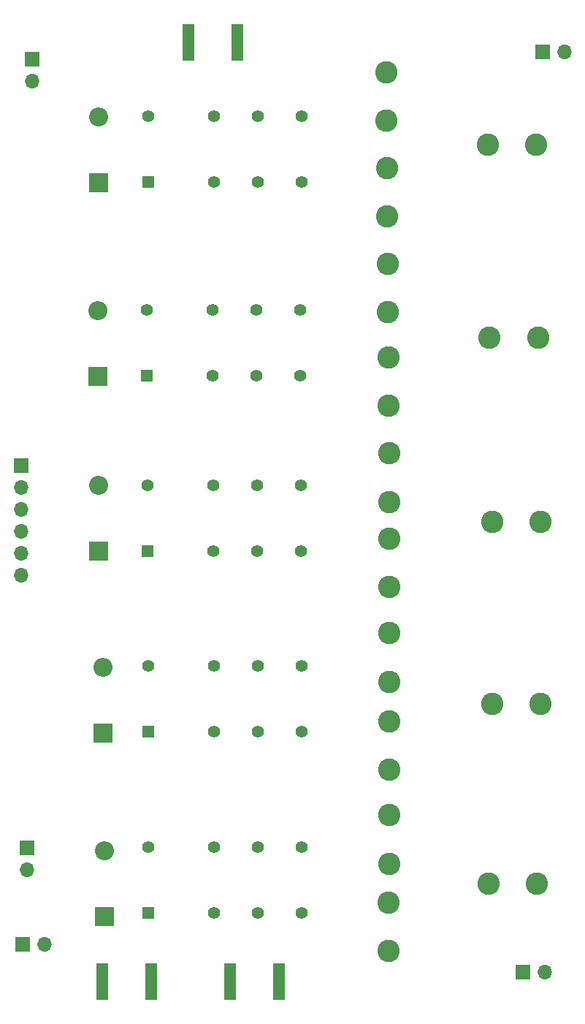
<source format=gbr>
%TF.GenerationSoftware,KiCad,Pcbnew,(6.0.2)*%
%TF.CreationDate,2022-10-25T13:29:22-07:00*%
%TF.ProjectId,cwaz_lpf,6377617a-5f6c-4706-962e-6b696361645f,rev?*%
%TF.SameCoordinates,Original*%
%TF.FileFunction,Soldermask,Bot*%
%TF.FilePolarity,Negative*%
%FSLAX46Y46*%
G04 Gerber Fmt 4.6, Leading zero omitted, Abs format (unit mm)*
G04 Created by KiCad (PCBNEW (6.0.2)) date 2022-10-25 13:29:22*
%MOMM*%
%LPD*%
G01*
G04 APERTURE LIST*
%ADD10R,2.200000X2.200000*%
%ADD11O,2.200000X2.200000*%
%ADD12R,1.700000X1.700000*%
%ADD13O,1.700000X1.700000*%
%ADD14R,1.400000X1.400000*%
%ADD15C,1.400000*%
%ADD16C,2.600000*%
%ADD17R,1.350000X4.200000*%
G04 APERTURE END LIST*
D10*
%TO.C,D5*%
X91037500Y-143410000D03*
D11*
X91037500Y-135790000D03*
%TD*%
D12*
%TO.C,J8*%
X82700000Y-44025000D03*
D13*
X82700000Y-46565000D03*
%TD*%
D14*
%TO.C,K2*%
X95942500Y-80762500D03*
D15*
X103562500Y-80762500D03*
X108642500Y-80762500D03*
X113722500Y-80762500D03*
X113722500Y-73142500D03*
X108642500Y-73142500D03*
X103562500Y-73142500D03*
X95942500Y-73142500D03*
%TD*%
D16*
%TO.C,L3*%
X124062500Y-99600000D03*
X124062500Y-105200000D03*
%TD*%
D10*
%TO.C,D1*%
X90400000Y-58410000D03*
D11*
X90400000Y-50790000D03*
%TD*%
D12*
%TO.C,J2*%
X82100000Y-135400000D03*
D13*
X82100000Y-137940000D03*
%TD*%
D14*
%TO.C,K4*%
X96142500Y-121962500D03*
D15*
X103762500Y-121962500D03*
X108842500Y-121962500D03*
X113922500Y-121962500D03*
X113922500Y-114342500D03*
X108842500Y-114342500D03*
X103762500Y-114342500D03*
X96142500Y-114342500D03*
%TD*%
D16*
%TO.C,L13*%
X135600000Y-139600000D03*
X141200000Y-139600000D03*
%TD*%
D14*
%TO.C,K3*%
X96062500Y-101020000D03*
D15*
X103682500Y-101020000D03*
X108762500Y-101020000D03*
X113842500Y-101020000D03*
X113842500Y-93400000D03*
X108762500Y-93400000D03*
X103682500Y-93400000D03*
X96062500Y-93400000D03*
%TD*%
D14*
%TO.C,K1*%
X96142500Y-58262500D03*
D15*
X103762500Y-58262500D03*
X108842500Y-58262500D03*
X113922500Y-58262500D03*
X113922500Y-50642500D03*
X108842500Y-50642500D03*
X103762500Y-50642500D03*
X96142500Y-50642500D03*
%TD*%
D17*
%TO.C,J9*%
X96425000Y-150900000D03*
X90775000Y-150900000D03*
%TD*%
D14*
%TO.C,K5*%
X96080000Y-142962500D03*
D15*
X103700000Y-142962500D03*
X108780000Y-142962500D03*
X113860000Y-142962500D03*
X113860000Y-135342500D03*
X108780000Y-135342500D03*
X103700000Y-135342500D03*
X96080000Y-135342500D03*
%TD*%
D16*
%TO.C,L4*%
X135500000Y-54000000D03*
X141100000Y-54000000D03*
%TD*%
D17*
%TO.C,J3*%
X105612000Y-150900000D03*
X111262000Y-150900000D03*
%TD*%
D16*
%TO.C,L11*%
X123937500Y-141800000D03*
X123937500Y-147400000D03*
%TD*%
D10*
%TO.C,D4*%
X90900000Y-122110000D03*
D11*
X90900000Y-114490000D03*
%TD*%
D16*
%TO.C,L2*%
X124000000Y-78600000D03*
X124000000Y-84200000D03*
%TD*%
%TO.C,L9*%
X124058000Y-95342000D03*
X124058000Y-89742000D03*
%TD*%
D12*
%TO.C,J5*%
X139552000Y-149825000D03*
D13*
X142092000Y-149825000D03*
%TD*%
D16*
%TO.C,L1*%
X123800000Y-56700000D03*
X123800000Y-62300000D03*
%TD*%
%TO.C,L7*%
X123700000Y-51200000D03*
X123700000Y-45600000D03*
%TD*%
%TO.C,L6*%
X135962500Y-97700000D03*
X141562500Y-97700000D03*
%TD*%
%TO.C,L8*%
X123900000Y-73400000D03*
X123900000Y-67800000D03*
%TD*%
%TO.C,L5*%
X135700000Y-76300000D03*
X141300000Y-76300000D03*
%TD*%
D17*
%TO.C,J4*%
X106425000Y-42100000D03*
X100775000Y-42100000D03*
%TD*%
D16*
%TO.C,L12*%
X136000000Y-118700000D03*
X141600000Y-118700000D03*
%TD*%
D10*
%TO.C,D3*%
X90362500Y-101010000D03*
D11*
X90362500Y-93390000D03*
%TD*%
D12*
%TO.C,J1*%
X81400000Y-91180000D03*
D13*
X81400000Y-93720000D03*
X81400000Y-96260000D03*
X81400000Y-98800000D03*
X81400000Y-101340000D03*
X81400000Y-103880000D03*
%TD*%
D12*
%TO.C,J7*%
X141800000Y-43200000D03*
D13*
X144340000Y-43200000D03*
%TD*%
D16*
%TO.C,L15*%
X124058000Y-137252000D03*
X124058000Y-131652000D03*
%TD*%
D12*
%TO.C,J6*%
X81525000Y-146600000D03*
D13*
X84065000Y-146600000D03*
%TD*%
D16*
%TO.C,L14*%
X124058000Y-116170000D03*
X124058000Y-110570000D03*
%TD*%
%TO.C,L10*%
X124100000Y-120800000D03*
X124100000Y-126400000D03*
%TD*%
D10*
%TO.C,D2*%
X90300000Y-80810000D03*
D11*
X90300000Y-73190000D03*
%TD*%
M02*

</source>
